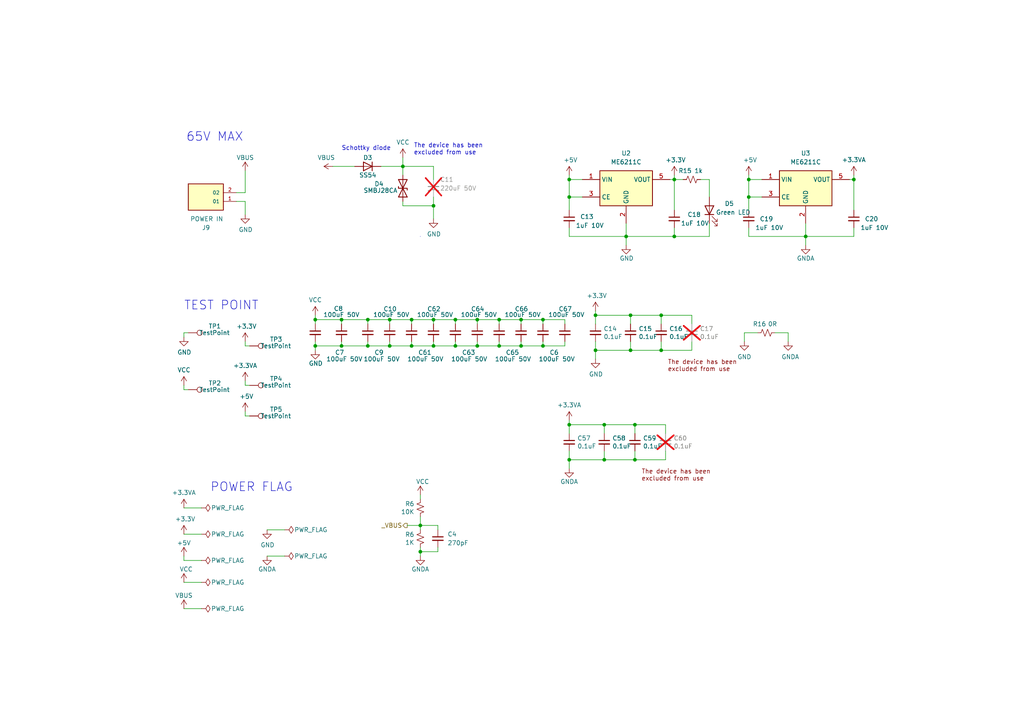
<source format=kicad_sch>
(kicad_sch (version 20230121) (generator eeschema)
  (paper "A4")
  (lib_symbols
    (symbol "3rd_Connector_Generic:CONN_1x2P" (pin_names (offset 1.016))
      (property "Reference" "J" (at -5.58 6.196 0))
      (property "Value" "CONN_1x2P" (at -2.54 -5.08 0))
      (symbol "CONN_1x2P_0_0"
        (rectangle (start -5.08 5.08) (end 5.08 -2.54) (stroke (width 0.254)) (fill (type background)))
        (pin passive line (at -8.89 2.54 0) (length 3.81) (name "01") (number "1"))
        (pin passive line (at -8.89 0 0) (length 3.81) (name "02") (number "2"))
      )
    )
    (symbol "Connector:TestPoint" (pin_numbers hide) (pin_names (offset 0.762) hide)
      (property "Reference" "TP" (at 0 6.858 0))
      (property "Value" "TestPoint" (at 0 5.08 0))
      (symbol "TestPoint_0_1"
        (circle (center 0 3.302) (radius 0.762))
      )
      (symbol "TestPoint_1_1"
        (pin passive line (at 0 0 90) (length 2.54) (name "1") (number "1"))
      )
    )
    (symbol "Device:C_Polarized_Small_US" (pin_numbers hide) (pin_names (offset 0.254) hide)
      (property "Reference" "C" (at 0.254 1.778 0))
      (property "Value" "C_Polarized_Small_US" (at 0.254 -2.032 0))
      (symbol "C_Polarized_Small_US_0_1"
        (polyline (pts (xy -1.524 0.508) (xy 1.524 0.508)) (stroke (width 0.3048)))
        (polyline (pts (xy -1.27 1.524) (xy -0.762 1.524)))
        (polyline (pts (xy -1.016 1.27) (xy -1.016 1.778)))
        (arc (start 1.524 -0.762) (mid 0 -0.3734) (end -1.524 -0.762) (stroke (width 0.3048)))
      )
      (symbol "C_Polarized_Small_US_1_1"
        (pin passive line (at 0 2.54 270) (length 2.032) (name "~") (number "1"))
        (pin passive line (at 0 -2.54 90) (length 2.032) (name "~") (number "2"))
      )
    )
    (symbol "Device:C_Small" (pin_numbers hide) (pin_names (offset 0.254) hide)
      (property "Reference" "C" (at 0.254 1.778 0))
      (property "Value" "C_Small" (at 0.254 -2.032 0))
      (symbol "C_Small_0_1"
        (polyline (pts (xy -1.524 -0.508) (xy 1.524 -0.508)) (stroke (width 0.3302)))
        (polyline (pts (xy -1.524 0.508) (xy 1.524 0.508)) (stroke (width 0.3048)))
      )
      (symbol "C_Small_1_1"
        (pin passive line (at 0 2.54 270) (length 2.032) (name "~") (number "1"))
        (pin passive line (at 0 -2.54 90) (length 2.032) (name "~") (number "2"))
      )
    )
    (symbol "Device:LED" (pin_numbers hide) (pin_names (offset 1.016) hide)
      (property "Reference" "D" (at 0 2.54 0))
      (property "Value" "LED" (at 0 -2.54 0))
      (symbol "LED_0_1"
        (polyline (pts (xy -1.27 -1.27) (xy -1.27 1.27)) (stroke (width 0.254)))
        (polyline (pts (xy -1.27 0) (xy 1.27 0)))
        (polyline (pts (xy 1.27 -1.27) (xy 1.27 1.27) (xy -1.27 0) (xy 1.27 -1.27)) (stroke (width 0.254)))
        (polyline (pts (xy -3.048 -0.762) (xy -4.572 -2.286) (xy -3.81 -2.286) (xy -4.572 -2.286) (xy -4.572 -1.524)))
        (polyline (pts (xy -1.778 -0.762) (xy -3.302 -2.286) (xy -2.54 -2.286) (xy -3.302 -2.286) (xy -3.302 -1.524)))
      )
      (symbol "LED_1_1"
        (pin passive line (at -3.81 0 0) (length 2.54) (name "K") (number "1"))
        (pin passive line (at 3.81 0 180) (length 2.54) (name "A") (number "2"))
      )
    )
    (symbol "Device:R_Small_US" (pin_numbers hide) (pin_names (offset 0.254) hide)
      (property "Reference" "R" (at 0.762 0.508 0))
      (property "Value" "R_Small_US" (at 0.762 -1.016 0))
      (symbol "R_Small_US_1_1"
        (polyline (pts (xy 0 0) (xy 1.016 -0.381) (xy 0 -0.762) (xy -1.016 -1.143) (xy 0 -1.524)))
        (polyline (pts (xy 0 1.524) (xy 1.016 1.143) (xy 0 0.762) (xy -1.016 0.381) (xy 0 0)))
        (pin passive line (at 0 2.54 270) (length 1.016) (name "~") (number "1"))
        (pin passive line (at 0 -2.54 90) (length 1.016) (name "~") (number "2"))
      )
    )
    (symbol "Diode:1N630xCA" (pin_numbers hide) (pin_names (offset 1.016) hide)
      (property "Reference" "D" (at 0 2.54 0))
      (property "Value" "1N630xCA" (at 0 -2.54 0))
      (symbol "1N630xCA_0_1"
        (polyline (pts (xy 1.27 0) (xy -1.27 0)))
        (polyline (pts (xy -2.54 -1.27) (xy 0 0) (xy -2.54 1.27) (xy -2.54 -1.27)) (stroke (width 0.254)))
        (polyline (pts (xy 0.508 1.27) (xy 0 1.27) (xy 0 -1.27) (xy -0.508 -1.27)) (stroke (width 0.254)))
        (polyline (pts (xy 2.54 1.27) (xy 2.54 -1.27) (xy 0 0) (xy 2.54 1.27)) (stroke (width 0.254)))
      )
      (symbol "1N630xCA_1_1"
        (pin passive line (at -3.81 0 0) (length 2.54) (name "A1") (number "1"))
        (pin passive line (at 3.81 0 180) (length 2.54) (name "A2") (number "2"))
      )
    )
    (symbol "Diode:1N914" (pin_numbers hide) (pin_names hide)
      (property "Reference" "D" (at 0 2.54 0))
      (property "Value" "1N914" (at 0 -2.54 0))
      (symbol "1N914_0_1"
        (polyline (pts (xy -1.27 1.27) (xy -1.27 -1.27)) (stroke (width 0.254)))
        (polyline (pts (xy 1.27 0) (xy -1.27 0)))
        (polyline (pts (xy 1.27 1.27) (xy 1.27 -1.27) (xy -1.27 0) (xy 1.27 1.27)) (stroke (width 0.254)))
      )
      (symbol "1N914_1_1"
        (pin passive line (at -3.81 0 0) (length 2.54) (name "K") (number "1"))
        (pin passive line (at 3.81 0 180) (length 2.54) (name "A") (number "2"))
      )
    )
    (symbol "Regulator_Linear:XC6210B332MR"
      (property "Reference" "U" (at 0 8.89 0))
      (property "Value" "XC6210B332MR" (at 0 6.35 0))
      (symbol "XC6210B332MR_0_1"
        (rectangle (start -7.62 5.08) (end 7.62 -5.08) (stroke (width 0.254)) (fill (type background)))
      )
      (symbol "XC6210B332MR_1_1"
        (pin power_in line (at -12.7 2.54 0) (length 5.08) (name "VIN") (number "1"))
        (pin power_in line (at 0 -10.16 90) (length 5.08) (name "GND") (number "2"))
        (pin input line (at -12.7 -2.54 0) (length 5.08) (name "CE") (number "3"))
        (pin no_connect line (at 7.62 -2.54 180) (length 5.08) hide (name "NC") (number "4"))
        (pin power_out line (at 12.7 2.54 180) (length 5.08) (name "VOUT") (number "5"))
      )
    )
    (symbol "power:+3.3V" (power) (pin_names (offset 0))
      (property "Value" "+3.3V" (at 0 3.556 0))
      (symbol "+3.3V_0_1"
        (polyline (pts (xy -0.762 1.27) (xy 0 2.54)))
        (polyline (pts (xy 0 0) (xy 0 2.54)))
        (polyline (pts (xy 0 2.54) (xy 0.762 1.27)))
      )
      (symbol "+3.3V_1_1"
        (pin power_in line (at 0 0 90) (length 0) hide (name "+3.3V") (number "1"))
      )
    )
    (symbol "power:+3.3VA" (power) (pin_names (offset 0))
      (property "Value" "+3.3VA" (at 0 3.556 0))
      (symbol "+3.3VA_0_1"
        (polyline (pts (xy -0.762 1.27) (xy 0 2.54)))
        (polyline (pts (xy 0 0) (xy 0 2.54)))
        (polyline (pts (xy 0 2.54) (xy 0.762 1.27)))
      )
      (symbol "+3.3VA_1_1"
        (pin power_in line (at 0 0 90) (length 0) hide (name "+3.3VA") (number "1"))
      )
    )
    (symbol "power:+5V" (power) (pin_names (offset 0))
      (property "Value" "+5V" (at 0 3.556 0))
      (symbol "+5V_0_1"
        (polyline (pts (xy -0.762 1.27) (xy 0 2.54)))
        (polyline (pts (xy 0 0) (xy 0 2.54)))
        (polyline (pts (xy 0 2.54) (xy 0.762 1.27)))
      )
      (symbol "+5V_1_1"
        (pin power_in line (at 0 0 90) (length 0) hide (name "+5V") (number "1"))
      )
    )
    (symbol "power:GND" (power) (pin_names (offset 0))
      (property "Value" "GND" (at 0 -3.81 0))
      (symbol "GND_0_1"
        (polyline (pts (xy 0 0) (xy 0 -1.27) (xy 1.27 -1.27) (xy 0 -2.54) (xy -1.27 -1.27) (xy 0 -1.27)))
      )
      (symbol "GND_1_1"
        (pin power_in line (at 0 0 270) (length 0) hide (name "GND") (number "1"))
      )
    )
    (symbol "power:GNDA" (power) (pin_names (offset 0))
      (property "Value" "GNDA" (at 0 -3.81 0))
      (symbol "GNDA_0_1"
        (polyline (pts (xy 0 0) (xy 0 -1.27) (xy 1.27 -1.27) (xy 0 -2.54) (xy -1.27 -1.27) (xy 0 -1.27)))
      )
      (symbol "GNDA_1_1"
        (pin power_in line (at 0 0 270) (length 0) hide (name "GNDA") (number "1"))
      )
    )
    (symbol "power:PWR_FLAG" (power) (pin_numbers hide) (pin_names (offset 0) hide)
      (property "Value" "PWR_FLAG" (at 0 3.81 0))
      (symbol "PWR_FLAG_0_0"
        (pin power_out line (at 0 0 90) (length 0) (name "pwr") (number "1"))
      )
      (symbol "PWR_FLAG_0_1"
        (polyline (pts (xy 0 0) (xy 0 1.27) (xy -1.016 1.905) (xy 0 2.54) (xy 1.016 1.905) (xy 0 1.27)))
      )
    )
    (symbol "power:VBUS" (power) (pin_names (offset 0))
      (property "Value" "VBUS" (at 0 3.81 0))
      (symbol "VBUS_0_1"
        (polyline (pts (xy -0.762 1.27) (xy 0 2.54)))
        (polyline (pts (xy 0 0) (xy 0 2.54)))
        (polyline (pts (xy 0 2.54) (xy 0.762 1.27)))
      )
      (symbol "VBUS_1_1"
        (pin power_in line (at 0 0 90) (length 0) hide (name "VBUS") (number "1"))
      )
    )
    (symbol "power:VCC" (power) (pin_names (offset 0))
      (property "Value" "VCC" (at 0 3.81 0))
      (symbol "VCC_0_1"
        (polyline (pts (xy -0.762 1.27) (xy 0 2.54)))
        (polyline (pts (xy 0 0) (xy 0 2.54)))
        (polyline (pts (xy 0 2.54) (xy 0.762 1.27)))
      )
      (symbol "VCC_1_1"
        (pin power_in line (at 0 0 90) (length 0) hide (name "VCC") (number "1"))
      )
    )
  )
  (junction (at 165.1 123.19))
  (junction (at 182.88 91.44))
  (junction (at 175.26 133.35))
  (junction (at 125.73 59.69))
  (junction (at 217.17 52.07))
  (junction (at 172.72 101.6))
  (junction (at 138.43 100.33))
  (junction (at 247.65 52.07))
  (junction (at 151.13 100.33))
  (junction (at 233.68 68.58))
  (junction (at 132.08 92.71))
  (junction (at 119.38 100.33))
  (junction (at 151.13 92.71))
  (junction (at 125.73 100.33))
  (junction (at 99.06 92.71))
  (junction (at 175.26 123.19))
  (junction (at 91.44 92.71))
  (junction (at 195.58 52.07))
  (junction (at 99.06 100.33))
  (junction (at 125.73 92.71))
  (junction (at 144.78 100.33))
  (junction (at 191.77 91.44))
  (junction (at 184.15 133.35))
  (junction (at 217.17 57.15))
  (junction (at 182.88 101.6))
  (junction (at 119.38 92.71))
  (junction (at 172.72 91.44))
  (junction (at 157.48 100.33))
  (junction (at 91.44 100.33))
  (junction (at 113.03 100.33))
  (junction (at 116.84 48.26))
  (junction (at 138.43 92.71))
  (junction (at 113.03 92.71))
  (junction (at 132.08 100.33))
  (junction (at 165.1 52.07))
  (junction (at 106.68 100.33))
  (junction (at 157.48 92.71))
  (junction (at 165.1 57.15))
  (junction (at 165.1 133.35))
  (junction (at 191.77 101.6))
  (junction (at 184.15 123.19))
  (junction (at 106.68 92.71))
  (junction (at 144.78 92.71))
  (junction (at 195.58 68.58))
  (junction (at 121.92 152.4))
  (junction (at 181.61 68.58))
  (junction (at 121.92 160.02))
  (wire (pts (xy 71.12 58.42) (xy 71.12 62.23)))
  (wire (pts (xy 121.92 161.29) (xy 121.92 160.02)))
  (wire (pts (xy 195.58 52.07) (xy 198.12 52.07)))
  (wire (pts (xy 193.04 123.19) (xy 184.15 123.19)))
  (wire (pts (xy 53.34 162.56) (xy 58.42 162.56)))
  (wire (pts (xy 175.26 130.81) (xy 175.26 133.35)))
  (wire (pts (xy 91.44 92.71) (xy 91.44 93.98)))
  (wire (pts (xy 215.9 96.52) (xy 219.71 96.52)))
  (wire (pts (xy 144.78 92.71) (xy 144.78 93.98)))
  (wire (pts (xy 193.04 133.35) (xy 193.04 130.81)))
  (wire (pts (xy 144.78 92.71) (xy 151.13 92.71)))
  (wire (pts (xy 165.1 68.58) (xy 181.61 68.58)))
  (wire (pts (xy 233.68 68.58) (xy 247.65 68.58)))
  (wire (pts (xy 53.34 113.03) (xy 54.61 113.03)))
  (wire (pts (xy 163.83 92.71) (xy 163.83 93.98)))
  (wire (pts (xy 53.34 96.52) (xy 54.61 96.52)))
  (wire (pts (xy 99.06 92.71) (xy 91.44 92.71)))
  (wire (pts (xy 71.12 49.53) (xy 71.12 55.88)))
  (wire (pts (xy 113.03 92.71) (xy 106.68 92.71)))
  (wire (pts (xy 195.58 66.04) (xy 195.58 68.58)))
  (wire (pts (xy 121.92 158.75) (xy 121.92 160.02)))
  (wire (pts (xy 138.43 99.06) (xy 138.43 100.33)))
  (wire (pts (xy 195.58 52.07) (xy 194.31 52.07)))
  (wire (pts (xy 121.92 152.4) (xy 121.92 153.67)))
  (wire (pts (xy 233.68 71.12) (xy 233.68 68.58)))
  (wire (pts (xy 138.43 92.71) (xy 144.78 92.71)))
  (wire (pts (xy 113.03 100.33) (xy 119.38 100.33)))
  (wire (pts (xy 247.65 66.04) (xy 247.65 68.58)))
  (wire (pts (xy 77.47 161.29) (xy 82.55 161.29)))
  (wire (pts (xy 68.58 58.42) (xy 71.12 58.42)))
  (wire (pts (xy 175.26 133.35) (xy 184.15 133.35)))
  (wire (pts (xy 195.58 52.07) (xy 195.58 60.96)))
  (wire (pts (xy 91.44 91.44) (xy 91.44 92.71)))
  (wire (pts (xy 175.26 123.19) (xy 165.1 123.19)))
  (wire (pts (xy 119.38 100.33) (xy 125.73 100.33)))
  (wire (pts (xy 184.15 133.35) (xy 193.04 133.35)))
  (wire (pts (xy 116.84 48.26) (xy 116.84 50.8)))
  (wire (pts (xy 119.38 99.06) (xy 119.38 100.33)))
  (wire (pts (xy 144.78 99.06) (xy 144.78 100.33)))
  (wire (pts (xy 113.03 92.71) (xy 119.38 92.71)))
  (wire (pts (xy 125.73 59.69) (xy 116.84 59.69)))
  (wire (pts (xy 91.44 100.33) (xy 91.44 101.6)))
  (wire (pts (xy 106.68 92.71) (xy 99.06 92.71)))
  (wire (pts (xy 182.88 101.6) (xy 191.77 101.6)))
  (wire (pts (xy 132.08 92.71) (xy 132.08 93.98)))
  (wire (pts (xy 125.73 48.26) (xy 125.73 52.07)))
  (wire (pts (xy 132.08 100.33) (xy 138.43 100.33)))
  (wire (pts (xy 106.68 99.06) (xy 106.68 100.33)))
  (wire (pts (xy 165.1 123.19) (xy 165.1 125.73)))
  (wire (pts (xy 217.17 52.07) (xy 220.98 52.07)))
  (wire (pts (xy 217.17 50.8) (xy 217.17 52.07)))
  (wire (pts (xy 121.92 152.4) (xy 127 152.4)))
  (wire (pts (xy 165.1 133.35) (xy 175.26 133.35)))
  (wire (pts (xy 71.12 120.65) (xy 72.39 120.65)))
  (wire (pts (xy 157.48 100.33) (xy 163.83 100.33)))
  (wire (pts (xy 181.61 71.12) (xy 181.61 68.58)))
  (wire (pts (xy 172.72 101.6) (xy 172.72 104.14)))
  (wire (pts (xy 172.72 90.17) (xy 172.72 91.44)))
  (wire (pts (xy 217.17 52.07) (xy 217.17 57.15)))
  (wire (pts (xy 165.1 50.8) (xy 165.1 52.07)))
  (wire (pts (xy 165.1 57.15) (xy 165.1 60.96)))
  (wire (pts (xy 138.43 92.71) (xy 138.43 93.98)))
  (wire (pts (xy 151.13 100.33) (xy 157.48 100.33)))
  (wire (pts (xy 151.13 92.71) (xy 157.48 92.71)))
  (wire (pts (xy 247.65 50.8) (xy 247.65 52.07)))
  (wire (pts (xy 184.15 130.81) (xy 184.15 133.35)))
  (wire (pts (xy 127 153.67) (xy 127 152.4)))
  (wire (pts (xy 71.12 100.33) (xy 72.39 100.33)))
  (wire (pts (xy 113.03 92.71) (xy 113.03 93.98)))
  (wire (pts (xy 151.13 99.06) (xy 151.13 100.33)))
  (wire (pts (xy 157.48 92.71) (xy 163.83 92.71)))
  (wire (pts (xy 106.68 100.33) (xy 113.03 100.33)))
  (wire (pts (xy 125.73 57.15) (xy 125.73 59.69)))
  (wire (pts (xy 99.06 99.06) (xy 99.06 100.33)))
  (wire (pts (xy 99.06 92.71) (xy 99.06 93.98)))
  (wire (pts (xy 127 160.02) (xy 127 158.75)))
  (wire (pts (xy 138.43 100.33) (xy 144.78 100.33)))
  (wire (pts (xy 228.6 99.06) (xy 228.6 96.52)))
  (wire (pts (xy 132.08 99.06) (xy 132.08 100.33)))
  (wire (pts (xy 121.92 160.02) (xy 127 160.02)))
  (wire (pts (xy 157.48 99.06) (xy 157.48 100.33)))
  (wire (pts (xy 195.58 68.58) (xy 205.74 68.58)))
  (wire (pts (xy 53.34 161.29) (xy 53.34 162.56)))
  (polyline (pts (xy 121.92 68.58) (xy 121.92 68.58)))
  (wire (pts (xy 132.08 92.71) (xy 138.43 92.71)))
  (wire (pts (xy 71.12 111.76) (xy 71.12 110.49)))
  (wire (pts (xy 165.1 57.15) (xy 168.91 57.15)))
  (wire (pts (xy 53.34 111.76) (xy 53.34 113.03)))
  (wire (pts (xy 233.68 64.77) (xy 233.68 68.58)))
  (wire (pts (xy 191.77 101.6) (xy 200.66 101.6)))
  (wire (pts (xy 165.1 121.92) (xy 165.1 123.19)))
  (wire (pts (xy 205.74 52.07) (xy 205.74 57.15)))
  (wire (pts (xy 68.58 55.88) (xy 71.12 55.88)))
  (wire (pts (xy 119.38 92.71) (xy 119.38 93.98)))
  (wire (pts (xy 184.15 123.19) (xy 175.26 123.19)))
  (wire (pts (xy 181.61 68.58) (xy 195.58 68.58)))
  (wire (pts (xy 247.65 52.07) (xy 247.65 60.96)))
  (wire (pts (xy 165.1 66.04) (xy 165.1 68.58)))
  (wire (pts (xy 157.48 92.71) (xy 157.48 93.98)))
  (wire (pts (xy 165.1 52.07) (xy 168.91 52.07)))
  (wire (pts (xy 91.44 100.33) (xy 99.06 100.33)))
  (wire (pts (xy 77.47 153.67) (xy 82.55 153.67)))
  (wire (pts (xy 184.15 125.73) (xy 184.15 123.19)))
  (wire (pts (xy 121.92 149.86) (xy 121.92 152.4)))
  (wire (pts (xy 182.88 93.98) (xy 182.88 91.44)))
  (wire (pts (xy 200.66 101.6) (xy 200.66 99.06)))
  (wire (pts (xy 71.12 119.38) (xy 71.12 120.65)))
  (wire (pts (xy 191.77 93.98) (xy 191.77 91.44)))
  (wire (pts (xy 172.72 91.44) (xy 172.72 93.98)))
  (wire (pts (xy 200.66 91.44) (xy 191.77 91.44)))
  (wire (pts (xy 125.73 100.33) (xy 132.08 100.33)))
  (wire (pts (xy 181.61 64.77) (xy 181.61 68.58)))
  (wire (pts (xy 200.66 93.98) (xy 200.66 91.44)))
  (wire (pts (xy 125.73 59.69) (xy 125.73 63.5)))
  (wire (pts (xy 53.34 168.91) (xy 58.42 168.91)))
  (wire (pts (xy 193.04 125.73) (xy 193.04 123.19)))
  (wire (pts (xy 121.92 143.51) (xy 121.92 144.78)))
  (wire (pts (xy 110.49 48.26) (xy 116.84 48.26)))
  (wire (pts (xy 247.65 52.07) (xy 246.38 52.07)))
  (wire (pts (xy 144.78 100.33) (xy 151.13 100.33)))
  (wire (pts (xy 72.39 111.76) (xy 71.12 111.76)))
  (wire (pts (xy 116.84 45.72) (xy 116.84 48.26)))
  (wire (pts (xy 163.83 99.06) (xy 163.83 100.33)))
  (wire (pts (xy 53.34 147.32) (xy 58.42 147.32)))
  (wire (pts (xy 215.9 96.52) (xy 215.9 99.06)))
  (wire (pts (xy 53.34 176.53) (xy 58.42 176.53)))
  (wire (pts (xy 217.17 57.15) (xy 220.98 57.15)))
  (wire (pts (xy 175.26 125.73) (xy 175.26 123.19)))
  (wire (pts (xy 151.13 92.71) (xy 151.13 93.98)))
  (wire (pts (xy 125.73 92.71) (xy 125.73 93.98)))
  (wire (pts (xy 118.11 152.4) (xy 121.92 152.4)))
  (wire (pts (xy 217.17 68.58) (xy 217.17 66.04)))
  (wire (pts (xy 125.73 92.71) (xy 132.08 92.71)))
  (wire (pts (xy 113.03 99.06) (xy 113.03 100.33)))
  (wire (pts (xy 71.12 99.06) (xy 71.12 100.33)))
  (wire (pts (xy 191.77 91.44) (xy 182.88 91.44)))
  (wire (pts (xy 205.74 64.77) (xy 205.74 68.58)))
  (wire (pts (xy 172.72 101.6) (xy 182.88 101.6)))
  (wire (pts (xy 116.84 48.26) (xy 125.73 48.26)))
  (wire (pts (xy 106.68 92.71) (xy 106.68 93.98)))
  (wire (pts (xy 203.2 52.07) (xy 205.74 52.07)))
  (wire (pts (xy 165.1 52.07) (xy 165.1 57.15)))
  (wire (pts (xy 217.17 57.15) (xy 217.17 60.96)))
  (wire (pts (xy 91.44 99.06) (xy 91.44 100.33)))
  (wire (pts (xy 53.34 97.79) (xy 53.34 96.52)))
  (wire (pts (xy 172.72 99.06) (xy 172.72 101.6)))
  (wire (pts (xy 96.52 48.26) (xy 102.87 48.26)))
  (wire (pts (xy 119.38 92.71) (xy 125.73 92.71)))
  (wire (pts (xy 228.6 96.52) (xy 224.79 96.52)))
  (wire (pts (xy 99.06 100.33) (xy 106.68 100.33)))
  (wire (pts (xy 125.73 99.06) (xy 125.73 100.33)))
  (wire (pts (xy 195.58 50.8) (xy 195.58 52.07)))
  (wire (pts (xy 53.34 154.94) (xy 58.42 154.94)))
  (wire (pts (xy 191.77 99.06) (xy 191.77 101.6)))
  (wire (pts (xy 182.88 91.44) (xy 172.72 91.44)))
  (wire (pts (xy 217.17 68.58) (xy 233.68 68.58)))
  (wire (pts (xy 182.88 99.06) (xy 182.88 101.6)))
  (wire (pts (xy 165.1 130.81) (xy 165.1 133.35)))
  (wire (pts (xy 116.84 58.42) (xy 116.84 59.69)))
  (wire (pts (xy 165.1 133.35) (xy 165.1 135.89)))
  (text "POWER FLAG" (at 60.96 142.875 0) (effects (font (size 2.54 2.54)) (justify left bottom)))
  (text "Schottky diode" (at 99.06 43.815 0) (effects (font (size 1.27 1.27)) (justify left bottom)))
  (text "The device has been\nexcluded from use" (at 193.675 107.95 0) (effects (font (size 1.27 1.27)) (justify left bottom)))
  (text "The device has been\nexcluded from use" (at 186.055 139.7 0) (effects (font (size 1.27 1.27)) (justify left bottom)))
  (text "65V MAX" (at 53.975 41.275 0) (effects (font (size 2.54 2.54)) (justify left bottom)))
  (text "The device has been \nexcluded from use" (at 120.015 45.085 0) (effects (font (size 1.27 1.27)) (justify left bottom)))
  (text "TEST POINT" (at 53.34 90.17 0) (effects (font (size 2.54 2.54)) (justify left bottom)))
  (hierarchical_label "_VBUS" (shape output) (at 118.11 152.4 180))
  (symbol (lib_id "power:GND") (at 215.9 99.06 0) (unit 1)
    (property "Reference" "#PWR051" (effects hide))
    (property "Value" "GND" (at 215.9 103.505 0))
    (instances (project "MotorKit" (path "" (reference "#PWR051") (unit 1))) (project "StepDriver" (path "" (reference "#PWR021") (unit 1))))
  )
  (symbol (lib_id "power:GND") (at 125.73 63.5 0) (unit 1)
    (property "Reference" "#PWR045" (effects hide))
    (property "Value" "GND" (at 125.857 67.8942 0))
    (instances (project "MotorKit" (path "" (reference "#PWR045") (unit 1))) (project "StepDriver" (path "" (reference "#PWR038") (unit 1))))
  )
  (symbol (lib_id "power:PWR_FLAG") (at 58.42 176.53 270) (unit 1)
    (property "Reference" "#FLG07" (effects hide))
    (property "Value" "PWR_FLAG" (at 66.04 176.53 90))
    (instances (project "MotorKit" (path "" (reference "#FLG07") (unit 1))) (project "StepDriver" (path "" (reference "#FLG01") (unit 1))))
  )
  (symbol (lib_id "power:PWR_FLAG") (at 82.55 153.67 270) (unit 1)
    (property "Reference" "#FLG05" (effects hide))
    (property "Value" "PWR_FLAG" (at 90.17 153.67 90))
    (instances (project "MotorKit" (path "" (reference "#FLG05") (unit 1))) (project "StepDriver" (path "" (reference "#FLG04") (unit 1))))
  )
  (symbol (lib_id "Device:C_Small") (at 165.1 63.5 0) (unit 1)
    (property "Reference" "C13" (at 168.275 62.865 0) (effects (justify left)))
    (property "Value" "1uF 10V" (at 167.005 65.405 0) (effects (justify left)))
    (property "Footprint" "Capacitor_SMD:C_0805_2012Metric" (effects hide))
    (instances (project "MotorKit" (path "" (reference "C13") (unit 1))) (project "StepDriver" (path "" (reference "C27") (unit 1))))
  )
  (symbol (lib_id "power:GND") (at 181.61 71.12 0) (unit 1)
    (property "Reference" "#PWR049" (effects hide))
    (property "Value" "GND" (at 179.705 74.93 0) (effects (justify left)))
    (instances (project "MotorKit" (path "" (reference "#PWR049") (unit 1))) (project "StepDriver" (path "" (reference "#PWR054") (unit 1))))
  )
  (symbol (lib_id "Device:R_Small_US") (at 121.92 156.21 0) (mirror y) (unit 1)
    (property "Reference" "R6" (at 120.1928 155.0416 0) (effects (justify left)))
    (property "Value" "1K" (at 120.1928 157.353 0) (effects (justify left)))
    (property "Footprint" "Resistor_SMD:R_0603_1608Metric" (effects hide))
    (instances (project "MotorKit" (path "" (reference "R6") (unit 1)) (path "" (reference "R14") (unit 1)) (path "" (reference "R6") (unit 1))) (project "StepDriver" (path "" (reference "R28") (unit 1))))
  )
  (symbol (lib_id "Device:R_Small_US") (at 121.92 147.32 0) (mirror y) (unit 1)
    (property "Reference" "R6" (at 120.1928 146.1516 0) (effects (justify left)))
    (property "Value" "10K" (at 120.1928 148.463 0) (effects (justify left)))
    (property "Footprint" "Resistor_SMD:R_0603_1608Metric" (effects hide))
    (instances (project "MotorKit" (path "" (reference "R6") (unit 1)) (path "" (reference "R13") (unit 1)) (path "" (reference "R6") (unit 1))) (project "StepDriver" (path "" (reference "R28") (unit 1))))
  )
  (symbol (lib_id "Device:LED") (at 205.74 60.96 90) (unit 1)
    (property "Reference" "D5" (at 210.185 59.055 90) (effects (justify right)))
    (property "Value" "Green LED" (at 207.645 61.595 90) (effects (justify right)))
    (property "Footprint" "LED_SMD:LED_0603_1608Metric" (effects hide))
    (instances (project "MotorKit" (path "" (reference "D5") (unit 1))) (project "StepDriver" (path "" (reference "D1") (unit 1))))
  )
  (symbol (lib_id "power:GNDA") (at 77.47 161.29 0) (unit 1)
    (property "Reference" "#PWR038" (effects hide))
    (property "Value" "GNDA" (at 77.47 165.1 0))
  )
  (symbol (lib_id "power:VCC") (at 53.34 111.76 0) (unit 1)
    (property "Reference" "#PWR028" (effects hide))
    (property "Value" "VCC" (at 51.435 107.315 0) (effects (justify left)))
    (instances (project "MotorKit" (path "" (reference "#PWR028") (unit 1))) (project "StepDriver" (path "" (reference "#PWR037") (unit 1))))
  )
  (symbol (lib_id "Device:C_Small") (at 99.06 96.52 0) (unit 1)
    (property "Reference" "C8" (at 96.7994 89.5096 0) (effects (justify left)))
    (property "Value" "100uF 50V" (at 93.7514 91.2876 0) (effects (justify left)))
    (property "Footprint" "Capacitor_SMD:C_1210_3225Metric" (effects hide))
    (instances (project "MotorKit" (path "" (reference "C8") (unit 1))) (project "StepDriver" (path "" (reference "C28") (unit 1))))
  )
  (symbol (lib_id "Device:C_Small") (at 138.43 96.52 0) (unit 1)
    (property "Reference" "C64" (at 136.6012 89.6112 0) (effects (justify left)))
    (property "Value" "100uF 50V" (at 133.604 91.2876 0) (effects (justify left)))
    (property "Footprint" "Capacitor_SMD:C_1210_3225Metric" (effects hide))
    (instances (project "MotorKit" (path "" (reference "C64") (unit 1))) (project "StepDriver" (path "" (reference "C30") (unit 1))))
  )
  (symbol (lib_id "Device:C_Small") (at 106.68 96.52 0) (unit 1)
    (property "Reference" "C9" (at 108.585 102.235 0) (effects (justify left)))
    (property "Value" "100uF 50V" (at 105.41 104.14 0) (effects (justify left)))
    (property "Footprint" "Capacitor_SMD:C_1210_3225Metric" (effects hide))
    (instances (project "MotorKit" (path "" (reference "C9") (unit 1))) (project "StepDriver" (path "" (reference "C29") (unit 1))))
  )
  (symbol (lib_id "Diode:1N630xCA") (at 116.84 54.61 90) (unit 1)
    (property "Reference" "D4" (at 108.585 53.34 90) (effects (justify right)))
    (property "Value" "SMBJ28CA" (at 105.41 55.245 90) (effects (justify right)))
    (property "Footprint" "Diode_SMD:D_SMB" (effects hide))
    (property "Datasheet" "https://www.vishay.com/docs/88301/15ke.pdf" (effects hide))
    (instances (project "MotorKit" (path "" (reference "D4") (unit 1))) (project "StepDriver" (path "" (reference "D5") (unit 1))))
  )
  (symbol (lib_id "Device:C_Small") (at 191.77 96.52 0) (unit 1)
    (property "Reference" "C16" (at 194.1068 95.3516 0) (effects (justify left)))
    (property "Value" "0.1uF" (at 194.1068 97.663 0) (effects (justify left)))
    (property "Footprint" "Capacitor_SMD:C_0603_1608Metric" (effects hide))
    (instances (project "MotorKit" (path "" (reference "C16") (unit 1))) (project "StepDriver" (path "" (reference "C7") (unit 1))))
  )
  (symbol (lib_id "power:PWR_FLAG") (at 58.42 168.91 270) (unit 1)
    (property "Reference" "#FLG04" (effects hide))
    (property "Value" "PWR_FLAG" (at 66.04 168.91 90))
    (instances (project "MotorKit" (path "" (reference "#FLG04") (unit 1))) (project "StepDriver" (path "" (reference "#FLG01") (unit 1))))
  )
  (symbol (lib_id "Device:C_Small") (at 175.26 128.27 0) (unit 1)
    (property "Reference" "C58" (at 177.5968 127.1016 0) (effects (justify left)))
    (property "Value" "0.1uF" (at 177.5968 129.413 0) (effects (justify left)))
    (property "Footprint" "Capacitor_SMD:C_0603_1608Metric" (effects hide))
    (instances (project "MotorKit" (path "" (reference "C58") (unit 1))) (project "StepDriver" (path "" (reference "C5") (unit 1))))
  )
  (symbol (lib_id "Device:C_Small") (at 119.38 96.52 0) (unit 1)
    (property "Reference" "C61" (at 121.285 102.235 0) (effects (justify left)))
    (property "Value" "100uF 50V" (at 118.11 104.14 0) (effects (justify left)))
    (property "Footprint" "Capacitor_SMD:C_1210_3225Metric" (effects hide))
    (instances (project "MotorKit" (path "" (reference "C61") (unit 1))) (project "StepDriver" (path "" (reference "C29") (unit 1))))
  )
  (symbol (lib_id "power:GNDA") (at 165.1 135.89 0) (unit 1)
    (property "Reference" "#PWR0109" (effects hide))
    (property "Value" "GNDA" (at 165.1 139.7 0))
  )
  (symbol (lib_id "Regulator_Linear:XC6210B332MR") (at 233.68 54.61 0) (unit 1)
    (property "Reference" "U3" (at 233.68 44.45 0))
    (property "Value" "ME6211C" (at 233.68 46.99 0))
    (property "Footprint" "Package_TO_SOT_SMD:SOT-23-5" (effects hide))
    (property "Datasheet" "https://www.torexsemi.com/file/xc6210/XC6210.pdf" (effects hide))
  )
  (symbol (lib_id "power:+5V") (at 165.1 50.8 0) (unit 1)
    (property "Reference" "#PWR046" (effects hide))
    (property "Value" "+5V" (at 165.481 46.4058 0))
    (instances (project "MotorKit" (path "" (reference "#PWR046") (unit 1))) (project "StepDriver" (path "" (reference "#PWR010") (unit 1))))
  )
  (symbol (lib_id "Device:C_Small") (at 184.15 128.27 0) (unit 1)
    (property "Reference" "C59" (at 186.4868 127.1016 0) (effects (justify left)))
    (property "Value" "0.1uF" (at 186.4868 129.413 0) (effects (justify left)))
    (property "Footprint" "Capacitor_SMD:C_0603_1608Metric" (effects hide))
    (instances (project "MotorKit" (path "" (reference "C59") (unit 1))) (project "StepDriver" (path "" (reference "C7") (unit 1))))
  )
  (symbol (lib_id "power:+5V") (at 217.17 50.8 0) (unit 1)
    (property "Reference" "#PWR052" (effects hide))
    (property "Value" "+5V" (at 217.551 46.4058 0))
    (instances (project "MotorKit" (path "" (reference "#PWR052") (unit 1))) (project "StepDriver" (path "" (reference "#PWR010") (unit 1))))
  )
  (symbol (lib_id "power:+3.3V") (at 53.34 154.94 0) (unit 1)
    (property "Reference" "#PWR030" (effects hide))
    (property "Value" "+3.3V" (at 53.721 150.5458 0))
    (instances (project "MotorKit" (path "" (reference "#PWR030") (unit 1))) (project "StepDriver" (path "" (reference "#PWR020") (unit 1))))
  )
  (symbol (lib_id "power:+3.3V") (at 71.12 99.06 0) (unit 1)
    (property "Reference" "#PWR035" (effects hide))
    (property "Value" "+3.3V" (at 71.501 94.6658 0))
    (instances (project "MotorKit" (path "" (reference "#PWR035") (unit 1))) (project "StepDriver" (path "" (reference "#PWR020") (unit 1))))
  )
  (symbol (lib_id "Device:C_Small") (at 217.17 63.5 0) (unit 1)
    (property "Reference" "C19" (at 220.345 63.5 0) (effects (justify left)))
    (property "Value" "1uF 10V" (at 219.075 66.04 0) (effects (justify left)))
    (property "Footprint" "Capacitor_SMD:C_0805_2012Metric" (effects hide))
    (instances (project "MotorKit" (path "" (reference "C19") (unit 1))) (project "StepDriver" (path "" (reference "C27") (unit 1))))
  )
  (symbol (lib_id "power:VBUS") (at 71.12 49.53 0) (unit 1)
    (property "Reference" "#PWR033" (effects hide))
    (property "Value" "VBUS" (at 71.12 45.72 0))
  )
  (symbol (lib_id "3rd_Connector_Generic:CONN_1x2P") (at 59.69 55.88 180) (unit 1)
    (property "Reference" "J9" (at 60.96 66.04 0) (effects (justify left)))
    (property "Value" "POWER IN" (at 64.77 63.5 0) (effects (justify left)))
    (property "Footprint" "3rd_Connector_Wire:WIRE-TH_1x2P-P2.0_L6.0-W3.0" (effects hide))
    (property "MANUFACTURER" "SAMTEC" (effects hide))
    (instances (project "MotorKit" (path "" (reference "J9") (unit 1)) (path "" (reference "J13") (unit 1))) (project "StepDriver" (path "" (reference "J8") (unit 1))))
  )
  (symbol (lib_id "power:VCC") (at 91.44 91.44 0) (unit 1)
    (property "Reference" "#PWR040" (effects hide))
    (property "Value" "VCC" (at 89.535 86.995 0) (effects (justify left)))
    (instances (project "MotorKit" (path "" (reference "#PWR040") (unit 1))) (project "StepDriver" (path "" (reference "#PWR045") (unit 1))))
  )
  (symbol (lib_id "Device:C_Small") (at 193.04 128.27 0) (unit 1) (in_bom no) (on_board no) (dnp yes)
    (property "Reference" "C60" (at 195.3768 127.1016 0) (effects (justify left)))
    (property "Value" "0.1uF" (at 195.3768 129.413 0) (effects (justify left)))
    (property "Footprint" "Capacitor_SMD:C_0603_1608Metric" (effects hide))
    (instances (project "MotorKit" (path "" (reference "C60") (unit 1))) (project "StepDriver" (path "" (reference "C9") (unit 1))))
  )
  (symbol (lib_id "Regulator_Linear:XC6210B332MR") (at 181.61 54.61 0) (unit 1)
    (property "Reference" "U2" (at 181.61 44.45 0))
    (property "Value" "ME6211C" (at 181.61 46.99 0))
    (property "Footprint" "Package_TO_SOT_SMD:SOT-23-5" (effects hide))
    (property "Datasheet" "https://www.torexsemi.com/file/xc6210/XC6210.pdf" (effects hide))
  )
  (symbol (lib_id "power:VBUS") (at 96.52 48.26 90) (unit 1)
    (property "Reference" "#PWR039" (effects hide))
    (property "Value" "VBUS" (at 94.615 45.72 90))
  )
  (symbol (lib_id "Device:C_Small") (at 127 156.21 0) (unit 1)
    (property "Reference" "C4" (at 129.794 154.94 0) (effects (justify left)))
    (property "Value" "270pF" (at 129.794 157.48 0) (effects (justify left)))
    (property "Footprint" "Capacitor_SMD:C_0603_1608Metric" (effects hide))
    (instances (project "MotorKit" (path "" (reference "C4") (unit 1)) (path "" (reference "C12") (unit 1)) (path "" (reference "C4") (unit 1))) (project "StepDriver" (path "" (reference "C11") (unit 1))))
  )
  (symbol (lib_id "power:PWR_FLAG") (at 58.42 154.94 270) (unit 1)
    (property "Reference" "#FLG02" (effects hide))
    (property "Value" "PWR_FLAG" (at 66.04 154.94 90))
    (instances (project "MotorKit" (path "" (reference "#FLG02") (unit 1))) (project "StepDriver" (path "" (reference "#FLG01") (unit 1))))
  )
  (symbol (lib_id "Connector:TestPoint") (at 72.39 111.76 270) (unit 1)
    (property "Reference" "TP4" (at 81.915 109.855 90) (effects (justify right)))
    (property "Value" "TestPoint" (at 84.455 111.76 90) (effects (justify right)))
    (property "Footprint" "TestPoint:TestPoint_Pad_D1.0mm" (effects hide))
    (instances (project "MotorKit" (path "" (reference "TP4") (unit 1))) (project "StepDriver" (path "" (reference "TP7") (unit 1))))
  )
  (symbol (lib_id "power:GND") (at 71.12 62.23 0) (unit 1)
    (property "Reference" "#PWR034" (effects hide))
    (property "Value" "GND" (at 71.247 66.6242 0))
    (instances (project "MotorKit" (path "" (reference "#PWR034") (unit 1))) (project "StepDriver" (path "" (reference "#PWR051") (unit 1))))
  )
  (symbol (lib_id "Device:C_Small") (at 91.44 96.52 0) (unit 1)
    (property "Reference" "C7" (at 97.155 102.235 0) (effects (justify left)))
    (property "Value" "100uF 50V" (at 94.615 104.14 0) (effects (justify left)))
    (property "Footprint" "Capacitor_SMD:C_1210_3225Metric" (effects hide))
    (instances (project "MotorKit" (path "" (reference "C7") (unit 1))) (project "StepDriver" (path "" (reference "C27") (unit 1))))
  )
  (symbol (lib_id "power:VCC") (at 53.34 168.91 0) (unit 1)
    (property "Reference" "#PWR032" (effects hide))
    (property "Value" "VCC" (at 52.07 165.1 0) (effects (justify left)))
    (instances (project "MotorKit" (path "" (reference "#PWR032") (unit 1))) (project "StepDriver" (path "" (reference "#PWR049") (unit 1))))
  )
  (symbol (lib_id "Device:C_Small") (at 163.83 96.52 0) (unit 1)
    (property "Reference" "C67" (at 162.0012 89.6112 0) (effects (justify left)))
    (property "Value" "100uF 50V" (at 159.004 91.2876 0) (effects (justify left)))
    (property "Footprint" "Capacitor_SMD:C_1210_3225Metric" (effects hide))
    (instances (project "MotorKit" (path "" (reference "C67") (unit 1))) (project "StepDriver" (path "" (reference "C30") (unit 1))))
  )
  (symbol (lib_id "Device:C_Small") (at 132.08 96.52 0) (unit 1)
    (property "Reference" "C63" (at 133.985 102.235 0) (effects (justify left)))
    (property "Value" "100uF 50V" (at 130.81 104.14 0) (effects (justify left)))
    (property "Footprint" "Capacitor_SMD:C_1210_3225Metric" (effects hide))
    (instances (project "MotorKit" (path "" (reference "C63") (unit 1))) (project "StepDriver" (path "" (reference "C29") (unit 1))))
  )
  (symbol (lib_id "Connector:TestPoint") (at 54.61 113.03 270) (unit 1)
    (property "Reference" "TP2" (at 64.135 111.125 90) (effects (justify right)))
    (property "Value" "TestPoint" (at 66.675 113.03 90) (effects (justify right)))
    (property "Footprint" "TestPoint:TestPoint_Pad_D1.0mm" (effects hide))
    (instances (project "MotorKit" (path "" (reference "TP2") (unit 1))) (project "StepDriver" (path "" (reference "TP7") (unit 1))))
  )
  (symbol (lib_id "power:GNDA") (at 233.68 71.12 0) (unit 1)
    (property "Reference" "#PWR054" (effects hide))
    (property "Value" "GNDA" (at 233.68 74.93 0))
  )
  (symbol (lib_id "Connector:TestPoint") (at 54.61 96.52 270) (unit 1)
    (property "Reference" "TP1" (at 64.135 94.615 90) (effects (justify right)))
    (property "Value" "TestPoint" (at 66.675 96.52 90) (effects (justify right)))
    (property "Footprint" "TestPoint:TestPoint_Pad_D1.0mm" (effects hide))
    (instances (project "MotorKit" (path "" (reference "TP1") (unit 1))) (project "StepDriver" (path "" (reference "TP9") (unit 1))))
  )
  (symbol (lib_id "Device:R_Small_US") (at 200.66 52.07 90) (unit 1)
    (property "Reference" "R15" (at 200.66 49.53 90) (effects (justify left)))
    (property "Value" "1k" (at 203.835 49.53 90) (effects (justify left)))
    (property "Footprint" "Resistor_SMD:R_0603_1608Metric" (effects hide))
    (instances (project "MotorKit" (path "" (reference "R15") (unit 1))) (project "StepDriver" (path "" (reference "R8") (unit 1))))
  )
  (symbol (lib_id "power:+5V") (at 53.34 161.29 0) (unit 1)
    (property "Reference" "#PWR031" (effects hide))
    (property "Value" "+5V" (at 53.34 157.48 0))
    (instances (project "MotorKit" (path "" (reference "#PWR031") (unit 1))) (project "StepDriver" (path "" (reference "#PWR050") (unit 1))))
  )
  (symbol (lib_id "Device:C_Small") (at 151.13 96.52 0) (unit 1)
    (property "Reference" "C66" (at 149.3012 89.6112 0) (effects (justify left)))
    (property "Value" "100uF 50V" (at 146.304 91.2876 0) (effects (justify left)))
    (property "Footprint" "Capacitor_SMD:C_1210_3225Metric" (effects hide))
    (instances (project "MotorKit" (path "" (reference "C66") (unit 1))) (project "StepDriver" (path "" (reference "C30") (unit 1))))
  )
  (symbol (lib_id "power:GND") (at 53.34 97.79 0) (unit 1)
    (property "Reference" "#PWR027" (effects hide))
    (property "Value" "GND" (at 53.467 102.1842 0))
    (instances (project "MotorKit" (path "" (reference "#PWR027") (unit 1))) (project "StepDriver" (path "" (reference "#PWR039") (unit 1))))
  )
  (symbol (lib_id "Device:C_Small") (at 125.73 96.52 0) (unit 1)
    (property "Reference" "C62" (at 123.9012 89.6112 0) (effects (justify left)))
    (property "Value" "100uF 50V" (at 120.904 91.2876 0) (effects (justify left)))
    (property "Footprint" "Capacitor_SMD:C_1210_3225Metric" (effects hide))
    (instances (project "MotorKit" (path "" (reference "C62") (unit 1))) (project "StepDriver" (path "" (reference "C30") (unit 1))))
  )
  (symbol (lib_id "power:VCC") (at 121.92 143.51 0) (unit 1)
    (property "Reference" "#PWR043" (effects hide))
    (property "Value" "VCC" (at 120.65 139.7 0) (effects (justify left)))
    (instances (project "MotorKit" (path "" (reference "#PWR043") (unit 1))) (project "StepDriver" (path "" (reference "#PWR049") (unit 1))))
  )
  (symbol (lib_id "power:+3.3VA") (at 71.12 110.49 0) (unit 1)
    (property "Reference" "#PWR0110" (effects hide))
    (property "Value" "+3.3VA" (at 71.12 106.045 0))
  )
  (symbol (lib_id "Connector:TestPoint") (at 72.39 120.65 270) (unit 1)
    (property "Reference" "TP5" (at 81.915 118.745 90) (effects (justify right)))
    (property "Value" "TestPoint" (at 84.455 120.65 90) (effects (justify right)))
    (property "Footprint" "TestPoint:TestPoint_Pad_D1.0mm" (effects hide))
    (instances (project "MotorKit" (path "" (reference "TP5") (unit 1))) (project "StepDriver" (path "" (reference "TP7") (unit 1))))
  )
  (symbol (lib_id "power:GNDA") (at 228.6 99.06 0) (unit 1)
    (property "Reference" "#PWR053" (effects hide))
    (property "Value" "GNDA" (at 229.235 103.505 0))
  )
  (symbol (lib_id "power:GND") (at 77.47 153.67 0) (unit 1)
    (property "Reference" "#PWR037" (effects hide))
    (property "Value" "GND" (at 77.597 158.0642 0))
    (instances (project "MotorKit" (path "" (reference "#PWR037") (unit 1))) (project "StepDriver" (path "" (reference "#PWR052") (unit 1))))
  )
  (symbol (lib_id "Device:C_Small") (at 172.72 96.52 0) (unit 1)
    (property "Reference" "C14" (at 175.0568 95.3516 0) (effects (justify left)))
    (property "Value" "0.1uF" (at 175.0568 97.663 0) (effects (justify left)))
    (property "Footprint" "Capacitor_SMD:C_0603_1608Metric" (effects hide))
    (instances (project "MotorKit" (path "" (reference "C14") (unit 1))) (project "StepDriver" (path "" (reference "C3") (unit 1))))
  )
  (symbol (lib_id "Device:C_Small") (at 182.88 96.52 0) (unit 1)
    (property "Reference" "C15" (at 185.2168 95.3516 0) (effects (justify left)))
    (property "Value" "0.1uF" (at 185.2168 97.663 0) (effects (justify left)))
    (property "Footprint" "Capacitor_SMD:C_0603_1608Metric" (effects hide))
    (instances (project "MotorKit" (path "" (reference "C15") (unit 1))) (project "StepDriver" (path "" (reference "C5") (unit 1))))
  )
  (symbol (lib_id "power:+3.3VA") (at 165.1 121.92 0) (unit 1)
    (property "Reference" "#PWR0111" (effects hide))
    (property "Value" "+3.3VA" (at 165.1 117.475 0))
  )
  (symbol (lib_id "Device:C_Small") (at 200.66 96.52 0) (unit 1) (in_bom no) (on_board no) (dnp yes)
    (property "Reference" "C17" (at 202.9968 95.3516 0) (effects (justify left)))
    (property "Value" "0.1uF" (at 202.9968 97.663 0) (effects (justify left)))
    (property "Footprint" "Capacitor_SMD:C_0603_1608Metric" (effects hide))
    (instances (project "MotorKit" (path "" (reference "C17") (unit 1))) (project "StepDriver" (path "" (reference "C9") (unit 1))))
  )
  (symbol (lib_id "power:VCC") (at 116.84 45.72 0) (unit 1)
    (property "Reference" "#PWR042" (effects hide))
    (property "Value" "VCC" (at 114.935 41.275 0) (effects (justify left)))
    (instances (project "MotorKit" (path "" (reference "#PWR042") (unit 1))) (project "StepDriver" (path "" (reference "#PWR037") (unit 1))))
  )
  (symbol (lib_id "power:+3.3VA") (at 53.34 147.32 0) (unit 1)
    (property "Reference" "#PWR029" (effects hide))
    (property "Value" "+3.3VA" (at 53.34 142.875 0))
  )
  (symbol (lib_id "power:+3.3V") (at 172.72 90.17 0) (unit 1)
    (property "Reference" "#PWR047" (effects hide))
    (property "Value" "+3.3V" (at 173.101 85.7758 0))
    (instances (project "MotorKit" (path "" (reference "#PWR047") (unit 1))) (project "StepDriver" (path "" (reference "#PWR011") (unit 1))))
  )
  (symbol (lib_id "Device:C_Polarized_Small_US") (at 125.73 54.61 0) (unit 1) (in_bom no) (on_board no) (dnp yes)
    (property "Reference" "C11" (at 127.635 52.07 0) (effects (justify left)))
    (property "Value" "220uF 50V" (at 127.635 54.61 0) (effects (justify left)))
    (property "Footprint" "Capacitor_SMD:CP_Elec_4x3" (effects hide))
    (instances (project "MotorKit" (path "" (reference "C11") (unit 1))) (project "StepDriver" (path "" (reference "C25") (unit 1))))
  )
  (symbol (lib_id "power:+3.3VA") (at 247.65 50.8 0) (unit 1)
    (property "Reference" "#PWR055" (effects hide))
    (property "Value" "+3.3VA" (at 247.65 46.355 0))
  )
  (symbol (lib_id "Device:R_Small_US") (at 222.25 96.52 90) (unit 1)
    (property "Reference" "R16" (at 222.25 93.98 90) (effects (justify left)))
    (property "Value" "0R" (at 225.425 93.98 90) (effects (justify left)))
    (property "Footprint" "Resistor_SMD:R_0603_1608Metric" (effects hide))
    (instances (project "MotorKit" (path "" (reference "R16") (unit 1))) (project "StepDriver" (path "" (reference "R8") (unit 1))))
  )
  (symbol (lib_id "power:GND") (at 172.72 104.14 0) (unit 1)
    (property "Reference" "#PWR048" (effects hide))
    (property "Value" "GND" (at 172.847 108.5342 0))
    (instances (project "MotorKit" (path "" (reference "#PWR048") (unit 1))) (project "StepDriver" (path "" (reference "#PWR014") (unit 1))))
  )
  (symbol (lib_id "Device:C_Small") (at 113.03 96.52 0) (unit 1)
    (property "Reference" "C10" (at 111.2012 89.6112 0) (effects (justify left)))
    (property "Value" "100uF 50V" (at 108.204 91.2876 0) (effects (justify left)))
    (property "Footprint" "Capacitor_SMD:C_1210_3225Metric" (effects hide))
    (instances (project "MotorKit" (path "" (reference "C10") (unit 1))) (project "StepDriver" (path "" (reference "C30") (unit 1))))
  )
  (symbol (lib_id "power:VBUS") (at 53.34 176.53 0) (unit 1)
    (property "Reference" "#PWR0108" (effects hide))
    (property "Value" "VBUS" (at 53.34 172.72 0))
  )
  (symbol (lib_id "Device:C_Small") (at 165.1 128.27 0) (unit 1)
    (property "Reference" "C57" (at 167.4368 127.1016 0) (effects (justify left)))
    (property "Value" "0.1uF" (at 167.4368 129.413 0) (effects (justify left)))
    (property "Footprint" "Capacitor_SMD:C_0603_1608Metric" (effects hide))
    (instances (project "MotorKit" (path "" (reference "C57") (unit 1))) (project "StepDriver" (path "" (reference "C3") (unit 1))))
  )
  (symbol (lib_id "power:+3.3V") (at 195.58 50.8 0) (unit 1)
    (property "Reference" "#PWR050" (effects hide))
    (property "Value" "+3.3V" (at 195.961 46.4058 0))
    (instances (project "MotorKit" (path "" (reference "#PWR050") (unit 1))) (project "StepDriver" (path "" (reference "#PWR020") (unit 1))))
  )
  (symbol (lib_id "power:GND") (at 91.44 101.6 0) (unit 1)
    (property "Reference" "#PWR041" (effects hide))
    (property "Value" "GND" (at 89.535 105.41 0) (effects (justify left)))
    (instances (project "MotorKit" (path "" (reference "#PWR041") (unit 1))) (project "StepDriver" (path "" (reference "#PWR054") (unit 1))))
  )
  (symbol (lib_id "Device:C_Small") (at 157.48 96.52 0) (unit 1)
    (property "Reference" "C6" (at 159.385 102.235 0) (effects (justify left)))
    (property "Value" "100uF 50V" (at 156.21 104.14 0) (effects (justify left)))
    (property "Footprint" "Capacitor_SMD:C_1210_3225Metric" (effects hide))
    (instances (project "MotorKit" (path "" (reference "C6") (unit 1))) (project "StepDriver" (path "" (reference "C29") (unit 1))))
  )
  (symbol (lib_id "power:PWR_FLAG") (at 58.42 147.32 270) (unit 1)
    (property "Reference" "#FLG01" (effects hide))
    (property "Value" "PWR_FLAG" (at 66.04 147.32 90))
  )
  (symbol (lib_id "power:+5V") (at 71.12 119.38 0) (unit 1)
    (property "Reference" "#PWR036" (effects hide))
    (property "Value" "+5V" (at 71.501 114.9858 0))
    (instances (project "MotorKit" (path "" (reference "#PWR036") (unit 1))) (project "StepDriver" (path "" (reference "#PWR010") (unit 1))))
  )
  (symbol (lib_id "Device:C_Small") (at 195.58 63.5 0) (unit 1)
    (property "Reference" "C18" (at 199.39 62.23 0) (effects (justify left)))
    (property "Value" "1uF 10V" (at 197.485 64.77 0) (effects (justify left)))
    (property "Footprint" "Capacitor_SMD:C_0805_2012Metric" (effects hide))
    (instances (project "MotorKit" (path "" (reference "C18") (unit 1))) (project "StepDriver" (path "" (reference "C27") (unit 1))))
  )
  (symbol (lib_id "power:PWR_FLAG") (at 58.42 162.56 270) (unit 1)
    (property "Reference" "#FLG03" (effects hide))
    (property "Value" "PWR_FLAG" (at 66.04 162.56 90))
    (instances (project "MotorKit" (path "" (reference "#FLG03") (unit 1))) (project "StepDriver" (path "" (reference "#FLG02") (unit 1))))
  )
  (symbol (lib_id "power:GNDA") (at 121.92 161.29 0) (unit 1)
    (property "Reference" "#PWR044" (effects hide))
    (property "Value" "GNDA" (at 121.92 165.1 0))
    (instances (project "MotorKit" (path "" (reference "#PWR044") (unit 1)) (path "" (reference "#PWR069") (unit 1)) (path "" (reference "#PWR057") (unit 1))))
  )
  (symbol (lib_id "Device:C_Small") (at 144.78 96.52 0) (unit 1)
    (property "Reference" "C65" (at 146.685 102.235 0) (effects (justify left)))
    (property "Value" "100uF 50V" (at 143.51 104.14 0) (effects (justify left)))
    (property "Footprint" "Capacitor_SMD:C_1210_3225Metric" (effects hide))
    (instances (project "MotorKit" (path "" (reference "C65") (unit 1))) (project "StepDriver" (path "" (reference "C29") (unit 1))))
  )
  (symbol (lib_id "power:PWR_FLAG") (at 82.55 161.29 270) (unit 1)
    (property "Reference" "#FLG06" (effects hide))
    (property "Value" "PWR_FLAG" (at 90.17 161.29 90))
    (instances (project "MotorKit" (path "" (reference "#FLG06") (unit 1))) (project "StepDriver" (path "" (reference "#FLG04") (unit 1))))
  )
  (symbol (lib_id "Connector:TestPoint") (at 72.39 100.33 270) (unit 1)
    (property "Reference" "TP3" (at 81.915 98.425 90) (effects (justify right)))
    (property "Value" "TestPoint" (at 84.455 100.33 90) (effects (justify right)))
    (property "Footprint" "TestPoint:TestPoint_Pad_D1.0mm" (effects hide))
    (instances (project "MotorKit" (path "" (reference "TP3") (unit 1))) (project "StepDriver" (path "" (reference "TP7") (unit 1))))
  )
  (symbol (lib_id "Device:C_Small") (at 247.65 63.5 0) (unit 1)
    (property "Reference" "C20" (at 250.825 63.5 0) (effects (justify left)))
    (property "Value" "1uF 10V" (at 249.555 66.04 0) (effects (justify left)))
    (property "Footprint" "Capacitor_SMD:C_0805_2012Metric" (effects hide))
    (instances (project "MotorKit" (path "" (reference "C20") (unit 1))) (project "StepDriver" (path "" (reference "C27") (unit 1))))
  )
  (symbol (lib_id "Diode:1N914") (at 106.68 48.26 180) (unit 1)
    (property "Reference" "D3" (at 106.68 45.72 0))
    (property "Value" "SS54" (at 106.68 50.8 0))
    (property "Footprint" "Diode_SMD:D_SMB" (effects hide))
    (property "Datasheet" "http://www.vishay.com/docs/85622/1n914.pdf" (effects hide))
    (property "Sim.Device" "D" (effects hide))
    (property "Sim.Pins" "1=K 2=A" (effects hide))
    (instances (project "MotorKit" (path "" (reference "D3") (unit 1))) (project "StepDriver" (path "" (reference "D4") (unit 1))))
  )
)
</source>
